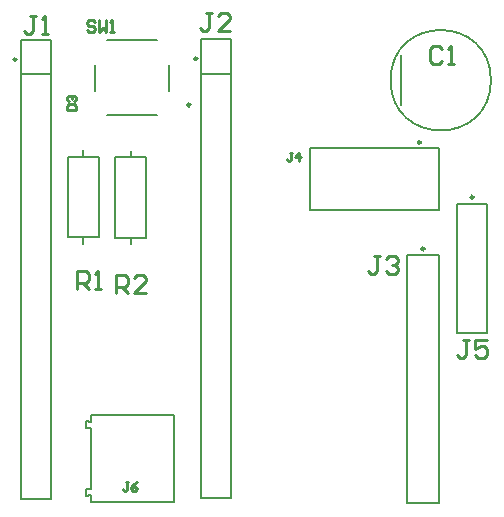
<source format=gto>
G04*
G04 #@! TF.GenerationSoftware,Altium Limited,Altium Designer,25.5.2 (35)*
G04*
G04 Layer_Color=65535*
%FSLAX44Y44*%
%MOMM*%
G71*
G04*
G04 #@! TF.SameCoordinates,BE086167-A92D-4318-8729-62100742BBEE*
G04*
G04*
G04 #@! TF.FilePolarity,Positive*
G04*
G01*
G75*
%ADD10C,0.2500*%
%ADD11C,0.1500*%
%ADD12C,0.2000*%
%ADD13C,0.2540*%
D10*
X153500Y353700D02*
G03*
X153500Y353700I-1250J0D01*
G01*
X393250Y275600D02*
G03*
X393250Y275600I-1250J0D01*
G01*
X348650Y322000D02*
G03*
X348650Y322000I-1250J0D01*
G01*
X159250Y392850D02*
G03*
X159250Y392850I-1250J0D01*
G01*
X6250Y392100D02*
G03*
X6250Y392100I-1250J0D01*
G01*
X351750Y231700D02*
G03*
X351750Y231700I-1250J0D01*
G01*
D11*
X408000Y374500D02*
G03*
X408000Y374500I-42500J0D01*
G01*
D12*
X103000Y309250D02*
Y315000D01*
Y235500D02*
Y241250D01*
X90000D02*
X116000D01*
Y309250D01*
X90000D02*
X116000D01*
X90000Y241250D02*
Y309250D01*
X82950Y408200D02*
X125050D01*
X72550Y365700D02*
Y387800D01*
X82950Y345300D02*
X125050D01*
X135450Y365700D02*
Y387800D01*
X62750Y309500D02*
Y315250D01*
Y235750D02*
Y241500D01*
X49750D02*
X75750D01*
Y309500D01*
X49750D02*
X75750D01*
X49750Y241500D02*
Y309500D01*
X404700Y160400D02*
Y269600D01*
X379300Y160400D02*
X404700D01*
X379300D02*
Y269600D01*
X404700D01*
X364050Y264850D02*
Y317150D01*
X254950D02*
X364050D01*
X254950Y264850D02*
Y317150D01*
Y264850D02*
X364050D01*
X188200Y20750D02*
Y409350D01*
X162800Y20750D02*
X188200D01*
X162800D02*
Y409350D01*
X188200D01*
X162800Y380150D02*
X188200D01*
X35200Y20000D02*
Y408600D01*
X9800Y20000D02*
X35200D01*
X9800D02*
Y408600D01*
X35200D01*
X9800Y379400D02*
X35200D01*
X69250Y28050D02*
Y80450D01*
Y85450D02*
Y91250D01*
X65250Y79700D02*
Y86200D01*
X69250Y85450D01*
X65250Y79700D02*
X69250Y80450D01*
Y17250D02*
Y23050D01*
X65250Y28800D02*
X69250Y28050D01*
X65250Y22300D02*
X69250Y23050D01*
X65250Y22300D02*
Y28800D01*
X139250Y17250D02*
Y91250D01*
X69250Y17250D02*
X139250D01*
X69250Y91250D02*
X139250D01*
X364000Y16150D02*
Y226850D01*
X337000Y16150D02*
X364000D01*
X337000D02*
Y226850D01*
X364000D01*
X331500Y353250D02*
Y395750D01*
D13*
X49462Y349540D02*
X56460D01*
Y353039D01*
X55294Y354205D01*
X50628D01*
X49462Y353039D01*
Y349540D01*
X50628Y356538D02*
X49462Y357704D01*
Y360037D01*
X50628Y361203D01*
X51795D01*
X52961Y360037D01*
Y358870D01*
Y360037D01*
X54127Y361203D01*
X55294D01*
X56460Y360037D01*
Y357704D01*
X55294Y356538D01*
X90804Y194132D02*
Y209368D01*
X98422D01*
X100961Y206828D01*
Y201750D01*
X98422Y199211D01*
X90804D01*
X95883D02*
X100961Y194132D01*
X116196D02*
X106039D01*
X116196Y204289D01*
Y206828D01*
X113657Y209368D01*
X108578D01*
X106039Y206828D01*
X57843Y197383D02*
Y212617D01*
X65461D01*
X68000Y210078D01*
Y205000D01*
X65461Y202461D01*
X57843D01*
X62922D02*
X68000Y197383D01*
X73078D02*
X78157D01*
X75618D01*
Y212617D01*
X73078Y210078D01*
X314211Y225618D02*
X309132D01*
X311672D01*
Y212922D01*
X309132Y210382D01*
X306593D01*
X304054Y212922D01*
X319289Y223078D02*
X321828Y225618D01*
X326907D01*
X329446Y223078D01*
Y220539D01*
X326907Y218000D01*
X324367D01*
X326907D01*
X329446Y215461D01*
Y212922D01*
X326907Y210382D01*
X321828D01*
X319289Y212922D01*
X366500Y400828D02*
X363961Y403368D01*
X358882D01*
X356343Y400828D01*
Y390672D01*
X358882Y388133D01*
X363961D01*
X366500Y390672D01*
X371578Y388133D02*
X376657D01*
X374118D01*
Y403368D01*
X371578Y400828D01*
X389461Y154867D02*
X384383D01*
X386922D01*
Y142172D01*
X384383Y139633D01*
X381843D01*
X379304Y142172D01*
X404696Y154867D02*
X394539D01*
Y147250D01*
X399618Y149789D01*
X402157D01*
X404696Y147250D01*
Y142172D01*
X402157Y139633D01*
X397078D01*
X394539Y142172D01*
X72502Y423582D02*
X70835Y425248D01*
X67503D01*
X65837Y423582D01*
Y421916D01*
X67503Y420250D01*
X70835D01*
X72502Y418584D01*
Y416918D01*
X70835Y415252D01*
X67503D01*
X65837Y416918D01*
X75834Y425248D02*
Y415252D01*
X79166Y418584D01*
X82498Y415252D01*
Y425248D01*
X85831Y415252D02*
X89163D01*
X87497D01*
Y425248D01*
X85831Y423582D01*
X101084Y33999D02*
X98751D01*
X99917D01*
Y28167D01*
X98751Y27001D01*
X97585D01*
X96419Y28167D01*
X108082Y33999D02*
X105749Y32833D01*
X103416Y30500D01*
Y28167D01*
X104583Y27001D01*
X106915D01*
X108082Y28167D01*
Y29334D01*
X106915Y30500D01*
X103416D01*
X239934Y313299D02*
X237601D01*
X238767D01*
Y307467D01*
X237601Y306301D01*
X236435D01*
X235268Y307467D01*
X245765Y306301D02*
Y313299D01*
X242266Y309800D01*
X246931D01*
X171461Y431017D02*
X166382D01*
X168922D01*
Y418322D01*
X166382Y415783D01*
X163843D01*
X161304Y418322D01*
X186696Y415783D02*
X176539D01*
X186696Y425939D01*
Y428478D01*
X184157Y431017D01*
X179078D01*
X176539Y428478D01*
X22750Y429017D02*
X17672D01*
X20211D01*
Y416322D01*
X17672Y413783D01*
X15132D01*
X12593Y416322D01*
X27828Y413783D02*
X32907D01*
X30368D01*
Y429017D01*
X27828Y426478D01*
M02*

</source>
